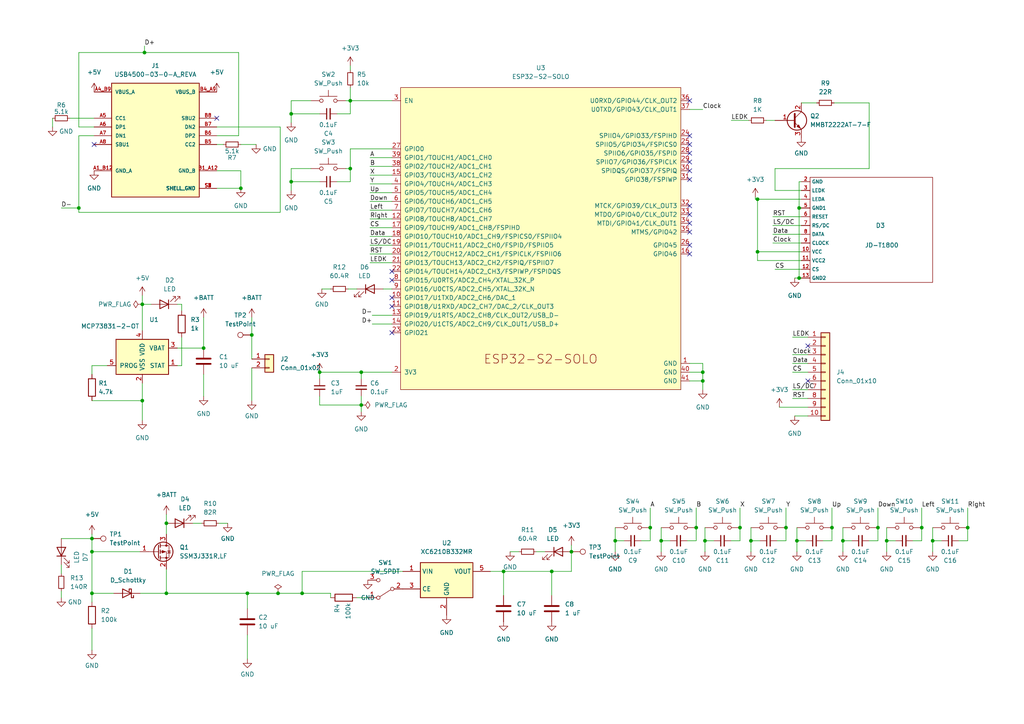
<source format=kicad_sch>
(kicad_sch (version 20211123) (generator eeschema)
  (paper "A4")
  (lib_symbols
    (symbol "Adafruit Display:JD-T1800"
      (property "Reference" "D" (at 0 -2.54 0))
      (property "Value" "JD-T1800" (at 0 0 0))
      (symbol "JD-T1800_1_1"
        (pin power_in line (at -20.32 -7.62 0) (length 2.54) (name "VCC") (number "10"))
        (pin power_in line (at -20.32 -10.16 0) (length 2.54) (name "VCC2") (number "11"))
        (pin input line (at -20.32 -12.7 0) (length 2.54) (name "CS") (number "12"))
        (pin power_in line (at -20.32 -15.24 0) (length 2.54) (name "GND2") (number "13"))
        (pin power_in line (at -20.32 12.7 0) (length 2.54) (name "GND") (number "2"))
        (pin input line (at -20.32 10.16 0) (length 2.54) (name "LEDK") (number "3"))
        (pin input line (at -20.32 7.62 0) (length 2.54) (name "LEDA") (number "4"))
        (pin power_in line (at -20.32 5.08 0) (length 2.54) (name "GND1") (number "5"))
        (pin input line (at -20.32 2.54 0) (length 2.54) (name "RESET") (number "6"))
        (pin input line (at -20.32 0 0) (length 2.54) (name "RS/DC") (number "7"))
        (pin input line (at -20.32 -2.54 0) (length 2.54) (name "DATA") (number "8"))
        (pin input line (at -20.32 -5.08 0) (length 2.54) (name "CLOCK") (number "9"))
      )
    )
    (symbol "Battery_Management:MCP73831-2-OT" (pin_names (offset 1.016))
      (property "Reference" "U" (at -7.62 6.35 0))
      (property "Value" "MCP73831-2-OT" (at 1.27 6.35 0))
      (symbol "MCP73831-2-OT_1_1"
        (pin output line (at 10.16 -2.54 180) (length 2.54) (name "STAT") (number "1"))
        (pin power_in line (at 0 -7.62 90) (length 2.54) (name "VSS") (number "2"))
        (pin power_out line (at 10.16 2.54 180) (length 2.54) (name "VBAT") (number "3"))
        (pin power_in line (at 0 7.62 270) (length 2.54) (name "VDD") (number "4"))
        (pin input line (at -10.16 -2.54 0) (length 2.54) (name "PROG") (number "5"))
      )
    )
    (symbol "Connector:TestPoint" (pin_numbers hide) (pin_names (offset 0.762) hide)
      (property "Reference" "TP" (at 0 6.858 0))
      (property "Value" "TestPoint" (at 0 5.08 0))
      (symbol "TestPoint_1_1"
        (pin passive line (at 0 0 90) (length 2.54) (name "1") (number "1"))
      )
    )
    (symbol "Connector_Generic:Conn_01x02" (pin_names (offset 1.016) hide)
      (property "Reference" "J" (at 0 2.54 0))
      (property "Value" "Conn_01x02" (at 0 -5.08 0))
      (symbol "Conn_01x02_1_1"
        (pin passive line (at -5.08 0 0) (length 3.81) (name "Pin_1") (number "1"))
        (pin passive line (at -5.08 -2.54 0) (length 3.81) (name "Pin_2") (number "2"))
      )
    )
    (symbol "Connector_Generic:Conn_01x10" (pin_names (offset 1.016) hide)
      (property "Reference" "J" (at 0 12.7 0))
      (property "Value" "Conn_01x10" (at 0 -15.24 0))
      (symbol "Conn_01x10_1_1"
        (pin passive line (at -5.08 10.16 0) (length 3.81) (name "Pin_1") (number "1"))
        (pin passive line (at -5.08 -12.7 0) (length 3.81) (name "Pin_10") (number "10"))
        (pin passive line (at -5.08 7.62 0) (length 3.81) (name "Pin_2") (number "2"))
        (pin passive line (at -5.08 5.08 0) (length 3.81) (name "Pin_3") (number "3"))
        (pin passive line (at -5.08 2.54 0) (length 3.81) (name "Pin_4") (number "4"))
        (pin passive line (at -5.08 0 0) (length 3.81) (name "Pin_5") (number "5"))
        (pin passive line (at -5.08 -2.54 0) (length 3.81) (name "Pin_6") (number "6"))
        (pin passive line (at -5.08 -5.08 0) (length 3.81) (name "Pin_7") (number "7"))
        (pin passive line (at -5.08 -7.62 0) (length 3.81) (name "Pin_8") (number "8"))
        (pin passive line (at -5.08 -10.16 0) (length 3.81) (name "Pin_9") (number "9"))
      )
    )
    (symbol "Device:C" (pin_numbers hide) (pin_names (offset 0.254))
      (property "Reference" "C" (at 0.635 2.54 0))
      (property "Value" "C" (at 0.635 -2.54 0))
      (symbol "C_1_1"
        (pin passive line (at 0 3.81 270) (length 2.794) (name "~") (number "1"))
        (pin passive line (at 0 -3.81 90) (length 2.794) (name "~") (number "2"))
      )
    )
    (symbol "Device:C_Small" (pin_numbers hide) (pin_names (offset 0.254) hide)
      (property "Reference" "C" (at 0.254 1.778 0))
      (property "Value" "C_Small" (at 0.254 -2.032 0))
      (symbol "C_Small_1_1"
        (pin passive line (at 0 2.54 270) (length 2.032) (name "~") (number "1"))
        (pin passive line (at 0 -2.54 90) (length 2.032) (name "~") (number "2"))
      )
    )
    (symbol "Device:D_Schottky" (pin_numbers hide) (pin_names (offset 1.016) hide)
      (property "Reference" "D" (at 0 2.54 0))
      (property "Value" "D_Schottky" (at 0 -2.54 0))
      (symbol "D_Schottky_1_1"
        (pin passive line (at -3.81 0 0) (length 2.54) (name "K") (number "1"))
        (pin passive line (at 3.81 0 180) (length 2.54) (name "A") (number "2"))
      )
    )
    (symbol "Device:LED" (pin_numbers hide) (pin_names (offset 1.016) hide)
      (property "Reference" "D" (at 0 2.54 0))
      (property "Value" "LED" (at 0 -2.54 0))
      (symbol "LED_1_1"
        (pin passive line (at -3.81 0 0) (length 2.54) (name "K") (number "1"))
        (pin passive line (at 3.81 0 180) (length 2.54) (name "A") (number "2"))
      )
    )
    (symbol "Device:Q_NPN_BCE" (pin_names (offset 0) hide)
      (property "Reference" "Q" (at 5.08 1.27 0))
      (property "Value" "Q_NPN_BCE" (at 5.08 -1.27 0))
      (symbol "Q_NPN_BCE_1_1"
        (pin input line (at -5.08 0 0) (length 5.715) (name "B") (number "1"))
        (pin passive line (at 2.54 5.08 270) (length 2.54) (name "C") (number "2"))
        (pin passive line (at 2.54 -5.08 90) (length 2.54) (name "E") (number "3"))
      )
    )
    (symbol "Device:R" (pin_numbers hide) (pin_names (offset 0))
      (property "Reference" "R" (at 2.032 0 90))
      (property "Value" "R" (at 0 0 90))
      (symbol "R_1_1"
        (pin passive line (at 0 3.81 270) (length 1.27) (name "~") (number "1"))
        (pin passive line (at 0 -3.81 90) (length 1.27) (name "~") (number "2"))
      )
    )
    (symbol "Device:R_Small" (pin_numbers hide) (pin_names (offset 0.254) hide)
      (property "Reference" "R" (at 0.762 0.508 0))
      (property "Value" "R_Small" (at 0.762 -1.016 0))
      (symbol "R_Small_1_1"
        (pin passive line (at 0 2.54 270) (length 0.762) (name "~") (number "1"))
        (pin passive line (at 0 -2.54 90) (length 0.762) (name "~") (number "2"))
      )
    )
    (symbol "Espressif:ESP32-S2-SOLO" (pin_names (offset 1.016))
      (property "Reference" "U" (at 0 43.18 0))
      (property "Value" "ESP32-S2-SOLO" (at 0 -46.99 0))
      (symbol "ESP32-S2-SOLO_1_1"
        (text "ESP32-S2-SOLO" (at 0 -36.83 0) (effects (font (size 2.54 2.54))))
        (pin power_in line (at 43.18 -38.1 180) (length 2.54) (name "GND") (number "1"))
        (pin bidirectional line (at -43.18 -19.05 0) (length 2.54) (name "GPIO17/U1TXD/ADC2_CH6/DAC_1") (number "10"))
        (pin bidirectional line (at -43.18 -21.59 0) (length 2.54) (name "GPIO18/U1RXD/ADC2_CH7/DAC_2/CLK_OUT3") (number "11"))
        (pin bidirectional line (at -43.18 3.81 0) (length 2.54) (name "GPIO8/TOUCH8/ADC1_CH7") (number "12"))
        (pin bidirectional line (at -43.18 -24.13 0) (length 2.54) (name "GPIO19/U1RTS/ADC2_CH8/CLK_OUT2/USB_D-") (number "13"))
        (pin bidirectional line (at -43.18 -26.67 0) (length 2.54) (name "GPIO20/U1CTS/ADC2_CH9/CLK_OUT1/USB_D+") (number "14"))
        (pin bidirectional line (at -43.18 16.51 0) (length 2.54) (name "GPIO3/TOUCH3/ADC1_CH2") (number "15"))
        (pin input line (at 43.18 -6.35 180) (length 2.54) (name "GPIO46") (number "16"))
        (pin bidirectional line (at -43.18 1.27 0) (length 2.54) (name "GPIO9/TOUCH9/ADC1_CH8/FSPIHD") (number "17"))
        (pin bidirectional line (at -43.18 -1.27 0) (length 2.54) (name "GPIO10/TOUCH10/ADC1_CH9/FSPICS0/FSPIIO4") (number "18"))
        (pin bidirectional line (at -43.18 -3.81 0) (length 2.54) (name "GPIO11/TOUCH11/ADC2_CH0/FSPID/FSPIIO5") (number "19"))
        (pin power_in line (at -43.18 -40.64 0) (length 2.54) (name "3V3") (number "2"))
        (pin bidirectional line (at -43.18 -6.35 0) (length 2.54) (name "GPIO12/TOUCH12/ADC2_CH1/FSPICLK/FSPIIO6") (number "20"))
        (pin bidirectional line (at -43.18 -8.89 0) (length 2.54) (name "GPIO13/TOUCH13/ADC2_CH2/FSPIQ/FSPIIO7") (number "21"))
        (pin bidirectional line (at -43.18 -11.43 0) (length 2.54) (name "GPIO14/TOUCH14/ADC2_CH3/FSPIWP/FSPIDQS") (number "22"))
        (pin bidirectional line (at -43.18 -29.21 0) (length 2.54) (name "GPIO21") (number "23"))
        (pin bidirectional line (at 43.18 27.94 180) (length 2.54) (name "SPIIO4/GPIO33/FSPIHD") (number "24"))
        (pin bidirectional line (at 43.18 25.4 180) (length 2.54) (name "SPIIO5/GPIO34/FSPICS0") (number "25"))
        (pin bidirectional line (at 43.18 -3.81 180) (length 2.54) (name "GPIO45") (number "26"))
        (pin bidirectional line (at -43.18 24.13 0) (length 2.54) (name "GPIO0") (number "27"))
        (pin bidirectional line (at 43.18 22.86 180) (length 2.54) (name "SPIIO6/GPIO35/FSPID") (number "28"))
        (pin bidirectional line (at 43.18 20.32 180) (length 2.54) (name "SPIIO7/GPIO36/FSPICLK") (number "29"))
        (pin bidirectional line (at -43.18 38.1 0) (length 2.54) (name "EN") (number "3"))
        (pin bidirectional line (at 43.18 17.78 180) (length 2.54) (name "SPIDQS/GPIO37/FSPIQ") (number "30"))
        (pin bidirectional line (at 43.18 15.24 180) (length 2.54) (name "GPIO38/FSPIWP") (number "31"))
        (pin bidirectional line (at 43.18 7.62 180) (length 2.54) (name "MTCK/GPIO39/CLK_OUT3") (number "32"))
        (pin bidirectional line (at 43.18 5.08 180) (length 2.54) (name "MTDO/GPIO40/CLK_OUT2") (number "33"))
        (pin bidirectional line (at 43.18 2.54 180) (length 2.54) (name "MTDI/GPIO41/CLK_OUT1") (number "34"))
        (pin bidirectional line (at 43.18 0 180) (length 2.54) (name "MTMS/GPIO42") (number "35"))
        (pin bidirectional line (at 43.18 38.1 180) (length 2.54) (name "U0RXD/GPIO44/CLK_OUT2") (number "36"))
        (pin bidirectional line (at 43.18 35.56 180) (length 2.54) (name "U0TXD/GPIO43/CLK_OUT1") (number "37"))
        (pin bidirectional line (at -43.18 19.05 0) (length 2.54) (name "GPIO2/TOUCH2/ADC1_CH1") (number "38"))
        (pin bidirectional line (at -43.18 21.59 0) (length 2.54) (name "GPIO1/TOUCH1/ADC1_CH0") (number "39"))
        (pin bidirectional line (at -43.18 13.97 0) (length 2.54) (name "GPIO4/TOUCH4/ADC1_CH3") (number "4"))
        (pin input line (at 43.18 -40.64 180) (length 2.54) (name "GND") (number "40"))
        (pin input line (at 43.18 -43.18 180) (length 2.54) (name "GND") (number "41"))
        (pin bidirectional line (at -43.18 11.43 0) (length 2.54) (name "GPIO5/TOUCH5/ADC1_CH4") (number "5"))
        (pin bidirectional line (at -43.18 8.89 0) (length 2.54) (name "GPIO6/TOUCH6/ADC1_CH5") (number "6"))
        (pin bidirectional line (at -43.18 6.35 0) (length 2.54) (name "GPIO7/TOUCH7/ADC1_CH6") (number "7"))
        (pin bidirectional line (at -43.18 -13.97 0) (length 2.54) (name "GPIO15/U0RTS/ADC2_CH4/XTAL_32K_P") (number "8"))
        (pin bidirectional line (at -43.18 -16.51 0) (length 2.54) (name "GPIO16/U0CTS/ADC2_CH5/XTAL_32K_N") (number "9"))
      )
    )
    (symbol "Regulator_Linear:XC6210B332MR"
      (property "Reference" "U" (at 0 8.89 0))
      (property "Value" "XC6210B332MR" (at 0 6.35 0))
      (symbol "XC6210B332MR_1_1"
        (pin power_in line (at -12.7 2.54 0) (length 5.08) (name "VIN") (number "1"))
        (pin power_in line (at 0 -10.16 90) (length 5.08) (name "GND") (number "2"))
        (pin input line (at -12.7 -2.54 0) (length 5.08) (name "CE") (number "3"))
        (pin no_connect line (at 12.7 -2.54 180) (length 5.08) hide (name "NC") (number "4"))
        (pin power_out line (at 12.7 2.54 180) (length 5.08) (name "VOUT") (number "5"))
      )
    )
    (symbol "Switch:SW_Push" (pin_numbers hide) (pin_names (offset 1.016) hide)
      (property "Reference" "SW" (at 1.27 2.54 0))
      (property "Value" "SW_Push" (at 0 -1.524 0))
      (symbol "SW_Push_0_1"
        (pin passive line (at -5.08 0 0) (length 2.54) (name "1") (number "1"))
        (pin passive line (at 5.08 0 180) (length 2.54) (name "2") (number "2"))
      )
    )
    (symbol "Switch:SW_SPDT" (pin_names (offset 0) hide)
      (property "Reference" "SW" (at 0 4.318 0))
      (property "Value" "SW_SPDT" (at 0 -5.08 0))
      (symbol "SW_SPDT_1_1"
        (pin passive line (at 5.08 2.54 180) (length 2.54) (name "A") (number "1"))
        (pin passive line (at -5.08 0 0) (length 2.54) (name "B") (number "2"))
        (pin passive line (at 5.08 -2.54 180) (length 2.54) (name "C") (number "3"))
      )
    )
    (symbol "Transistor_FET:AO3401A" (pin_names hide)
      (property "Reference" "Q" (at 5.08 1.905 0))
      (property "Value" "AO3401A" (at 5.08 0 0))
      (symbol "AO3401A_1_1"
        (pin input line (at -5.08 0 0) (length 2.54) (name "G") (number "1"))
        (pin passive line (at 2.54 -5.08 90) (length 2.54) (name "S") (number "2"))
        (pin passive line (at 2.54 5.08 270) (length 2.54) (name "D") (number "3"))
      )
    )
    (symbol "USB4500-03-0-A_REVA:USB4500-03-0-A_REVA" (pin_names (offset 1.016))
      (property "Reference" "J" (at -12.7 16.002 0))
      (property "Value" "USB4500-03-0-A_REVA" (at -12.7 -18.542 0))
      (symbol "USB4500-03-0-A_REVA_0_0"
        (pin power_in line (at -17.78 -10.16 0) (length 5.08) (name "GND_A") (number "A1_B12"))
        (pin power_in line (at -17.78 12.7 0) (length 5.08) (name "VBUS_A") (number "A4_B9"))
        (pin bidirectional line (at -17.78 5.08 0) (length 5.08) (name "CC1") (number "A5"))
        (pin bidirectional line (at -17.78 2.54 0) (length 5.08) (name "DP1") (number "A6"))
        (pin bidirectional line (at -17.78 0 0) (length 5.08) (name "DN1") (number "A7"))
        (pin bidirectional line (at -17.78 -2.54 0) (length 5.08) (name "SBU1") (number "A8"))
        (pin power_in line (at 17.78 -10.16 180) (length 5.08) (name "GND_B") (number "B1_A12"))
        (pin power_in line (at 17.78 12.7 180) (length 5.08) (name "VBUS_B") (number "B4_A9"))
        (pin bidirectional line (at 17.78 -2.54 180) (length 5.08) (name "CC2") (number "B5"))
        (pin bidirectional line (at 17.78 0 180) (length 5.08) (name "DP2") (number "B6"))
        (pin bidirectional line (at 17.78 2.54 180) (length 5.08) (name "DN2") (number "B7"))
        (pin bidirectional line (at 17.78 5.08 180) (length 5.08) (name "SBU2") (number "B8"))
        (pin power_in line (at 17.78 -15.24 180) (length 5.08) (name "SHELL_GND") (number "S1"))
        (pin power_in line (at 17.78 -15.24 180) (length 5.08) (name "SHELL_GND") (number "S2"))
        (pin power_in line (at 17.78 -15.24 180) (length 5.08) (name "SHELL_GND") (number "S3"))
        (pin power_in line (at 17.78 -15.24 180) (length 5.08) (name "SHELL_GND") (number "S4"))
      )
    )
    (symbol "power:+3.3V" (power) (pin_names (offset 0))
      (property "Value" "+3.3V" (at 0 3.556 0))
      (symbol "+3.3V_1_1"
        (pin power_in line (at 0 0 90) (length 0) hide (name "+3V3") (number "1"))
      )
    )
    (symbol "power:+5V" (power) (pin_names (offset 0))
      (property "Value" "+5V" (at 0 3.556 0))
      (symbol "+5V_1_1"
        (pin power_in line (at 0 0 90) (length 0) hide (name "+5V") (number "1"))
      )
    )
    (symbol "power:+BATT" (power) (pin_names (offset 0))
      (property "Value" "+BATT" (at 0 3.556 0))
      (symbol "+BATT_1_1"
        (pin power_in line (at 0 0 90) (length 0) hide (name "+BATT") (number "1"))
      )
    )
    (symbol "power:GND" (power) (pin_names (offset 0))
      (property "Value" "GND" (at 0 -3.81 0))
      (symbol "GND_1_1"
        (pin power_in line (at 0 0 270) (length 0) hide (name "GND") (number "1"))
      )
    )
    (symbol "power:PWR_FLAG" (power) (pin_numbers hide) (pin_names (offset 0) hide)
      (property "Value" "PWR_FLAG" (at 0 3.81 0))
      (symbol "PWR_FLAG_0_0"
        (pin power_out line (at 0 0 90) (length 0) (name "pwr") (number "1"))
      )
    )
  )
  (junction (at 146.05 165.735))
  (junction (at 26.67 160.02))
  (junction (at 165.735 160.02))
  (junction (at 104.775 117.475))
  (junction (at 101.6 48.895))
  (junction (at 191.77 156.845))
  (junction (at 203.835 107.95))
  (junction (at 41.275 88.265))
  (junction (at 26.67 156.21))
  (junction (at 219.71 73.025))
  (junction (at 59.055 100.965))
  (junction (at 204.47 156.845))
  (junction (at 92.71 107.95))
  (junction (at 80.645 172.085))
  (junction (at 188.595 153.035))
  (junction (at 87.63 172.085))
  (junction (at 201.93 153.035))
  (junction (at 48.26 172.085))
  (junction (at 178.435 156.845))
  (junction (at 280.67 153.035))
  (junction (at 241.3 153.035))
  (junction (at 41.91 15.24))
  (junction (at 217.805 156.845))
  (junction (at 267.335 153.035))
  (junction (at 231.14 156.845))
  (junction (at 257.175 156.845))
  (junction (at 214.63 153.035))
  (junction (at 244.475 156.845))
  (junction (at 231.775 60.325))
  (junction (at 270.51 156.845))
  (junction (at 84.455 33.02))
  (junction (at 101.6 29.21))
  (junction (at 84.455 52.705))
  (junction (at 71.755 172.085))
  (junction (at 22.86 60.325))
  (junction (at 160.02 165.735))
  (junction (at 41.275 116.205))
  (junction (at 219.71 57.785))
  (junction (at 26.67 172.085))
  (junction (at 104.775 107.95))
  (junction (at 254.635 153.035))
  (junction (at 69.85 54.61))
  (junction (at 231.775 80.645))
  (junction (at 203.835 110.49))
  (junction (at 227.965 153.035))
  (junction (at 73.025 97.155))
  (junction (at 48.26 151.765))
  (no_connect (at 200.025 46.99))
  (no_connect (at 200.025 52.07))
  (no_connect (at 200.025 49.53))
  (no_connect (at 200.025 64.77))
  (no_connect (at 200.025 62.23))
  (no_connect (at 200.025 59.69))
  (no_connect (at 234.315 110.49))
  (no_connect (at 234.315 100.33))
  (no_connect (at 200.025 44.45))
  (no_connect (at 62.865 34.29))
  (no_connect (at 27.305 41.91))
  (no_connect (at 113.665 78.74))
  (no_connect (at 113.665 96.52))
  (no_connect (at 113.665 81.28))
  (no_connect (at 113.665 88.9))
  (no_connect (at 113.665 86.36))
  (no_connect (at 200.025 41.91))
  (no_connect (at 200.025 39.37))
  (no_connect (at 200.025 29.21))
  (no_connect (at 200.025 67.31))
  (no_connect (at 200.025 73.66))
  (no_connect (at 200.025 71.12))
  (wire (pts (xy 155.575 160.02) (xy 158.115 160.02)))
  (wire (pts (xy 267.335 156.845) (xy 264.795 156.845)))
  (wire (pts (xy 101.6 48.895) (xy 101.6 52.705)))
  (wire (pts (xy 81.28 61.595) (xy 22.86 61.595)))
  (wire (pts (xy 107.315 66.04) (xy 113.665 66.04)))
  (wire (pts (xy 84.455 48.895) (xy 84.455 52.705)))
  (wire (pts (xy 84.455 52.705) (xy 84.455 55.245)))
  (wire (pts (xy 92.71 107.95) (xy 92.71 109.855)))
  (wire (pts (xy 160.02 165.735) (xy 160.02 172.72)))
  (wire (pts (xy 267.335 153.035) (xy 267.335 156.845)))
  (wire (pts (xy 113.665 107.95) (xy 104.775 107.95)))
  (wire (pts (xy 41.275 88.265) (xy 41.275 95.885)))
  (wire (pts (xy 107.95 93.98) (xy 113.665 93.98)))
  (wire (pts (xy 90.17 29.21) (xy 84.455 29.21)))
  (wire (pts (xy 41.275 111.125) (xy 41.275 116.205)))
  (wire (pts (xy 87.63 165.735) (xy 116.84 165.735)))
  (wire (pts (xy 200.025 105.41) (xy 203.835 105.41)))
  (wire (pts (xy 20.32 34.29) (xy 27.305 34.29)))
  (wire (pts (xy 51.435 100.965) (xy 59.055 100.965)))
  (wire (pts (xy 178.435 153.035) (xy 178.435 156.845)))
  (wire (pts (xy 69.215 39.37) (xy 69.215 15.24)))
  (wire (pts (xy 107.315 45.72) (xy 113.665 45.72)))
  (wire (pts (xy 227.965 156.845) (xy 225.425 156.845)))
  (wire (pts (xy 217.805 156.845) (xy 220.345 156.845)))
  (wire (pts (xy 63.5 151.765) (xy 66.04 151.765)))
  (wire (pts (xy 219.71 57.785) (xy 219.71 73.025)))
  (wire (pts (xy 107.315 73.66) (xy 113.665 73.66)))
  (wire (pts (xy 22.86 39.37) (xy 22.86 60.325)))
  (wire (pts (xy 231.14 156.845) (xy 233.68 156.845)))
  (wire (pts (xy 224.79 78.105) (xy 232.41 78.105)))
  (wire (pts (xy 51.435 106.045) (xy 52.705 106.045)))
  (wire (pts (xy 214.63 147.32) (xy 214.63 153.035)))
  (wire (pts (xy 73.025 106.68) (xy 73.025 116.205)))
  (wire (pts (xy 146.05 165.735) (xy 146.05 172.72)))
  (wire (pts (xy 201.93 153.035) (xy 201.93 156.845)))
  (wire (pts (xy 104.775 114.935) (xy 104.775 117.475)))
  (wire (pts (xy 224.79 55.245) (xy 232.41 55.245)))
  (wire (pts (xy 113.665 43.18) (xy 101.6 43.18)))
  (wire (pts (xy 270.51 156.845) (xy 273.05 156.845)))
  (wire (pts (xy 267.335 147.32) (xy 267.335 153.035)))
  (wire (pts (xy 142.24 165.735) (xy 146.05 165.735)))
  (wire (pts (xy 203.835 110.49) (xy 203.835 113.03)))
  (wire (pts (xy 48.26 172.085) (xy 71.755 172.085)))
  (wire (pts (xy 111.125 83.82) (xy 113.665 83.82)))
  (wire (pts (xy 100.33 29.21) (xy 101.6 29.21)))
  (wire (pts (xy 71.755 172.085) (xy 80.645 172.085)))
  (wire (pts (xy 101.6 25.4) (xy 101.6 29.21)))
  (wire (pts (xy 90.17 48.895) (xy 84.455 48.895)))
  (wire (pts (xy 280.67 147.32) (xy 280.67 153.035)))
  (wire (pts (xy 62.865 36.83) (xy 81.28 36.83)))
  (wire (pts (xy 229.87 105.41) (xy 234.315 105.41)))
  (wire (pts (xy 227.965 153.035) (xy 227.965 156.845)))
  (wire (pts (xy 26.67 172.085) (xy 33.02 172.085)))
  (wire (pts (xy 230.505 80.645) (xy 231.775 80.645)))
  (wire (pts (xy 178.435 156.845) (xy 178.435 160.02)))
  (wire (pts (xy 241.3 156.845) (xy 238.76 156.845)))
  (wire (pts (xy 69.85 49.53) (xy 69.85 54.61)))
  (wire (pts (xy 203.835 107.95) (xy 203.835 110.49)))
  (wire (pts (xy 92.71 117.475) (xy 104.775 117.475)))
  (wire (pts (xy 84.455 33.02) (xy 92.71 33.02)))
  (wire (pts (xy 22.86 36.83) (xy 22.86 15.24)))
  (wire (pts (xy 107.315 55.88) (xy 113.665 55.88)))
  (wire (pts (xy 107.315 76.2) (xy 113.665 76.2)))
  (wire (pts (xy 200.025 31.75) (xy 203.835 31.75)))
  (wire (pts (xy 81.28 36.83) (xy 81.28 61.595)))
  (wire (pts (xy 160.02 165.735) (xy 165.735 165.735)))
  (wire (pts (xy 26.67 172.085) (xy 26.67 174.625)))
  (wire (pts (xy 71.755 172.085) (xy 71.755 176.53)))
  (wire (pts (xy 241.935 29.845) (xy 252.095 29.845)))
  (wire (pts (xy 107.315 53.34) (xy 113.665 53.34)))
  (wire (pts (xy 188.595 156.845) (xy 186.055 156.845)))
  (wire (pts (xy 84.455 52.705) (xy 92.71 52.705)))
  (wire (pts (xy 103.505 173.355) (xy 106.68 173.355)))
  (wire (pts (xy 224.155 62.865) (xy 232.41 62.865)))
  (wire (pts (xy 104.775 107.95) (xy 92.71 107.95)))
  (wire (pts (xy 26.67 116.205) (xy 41.275 116.205)))
  (wire (pts (xy 26.67 154.94) (xy 26.67 156.21)))
  (wire (pts (xy 52.705 88.265) (xy 52.705 90.17)))
  (wire (pts (xy 232.41 75.565) (xy 219.71 75.565)))
  (wire (pts (xy 73.025 92.075) (xy 73.025 97.155)))
  (wire (pts (xy 107.315 48.26) (xy 113.665 48.26)))
  (wire (pts (xy 73.025 97.155) (xy 73.025 104.14)))
  (wire (pts (xy 15.24 34.29) (xy 15.24 36.83)))
  (wire (pts (xy 17.78 171.45) (xy 17.78 173.355)))
  (wire (pts (xy 26.67 156.21) (xy 26.67 160.02)))
  (wire (pts (xy 107.315 63.5) (xy 113.665 63.5)))
  (wire (pts (xy 270.51 153.035) (xy 270.51 156.845)))
  (wire (pts (xy 107.315 50.8) (xy 113.665 50.8)))
  (wire (pts (xy 62.865 39.37) (xy 69.215 39.37)))
  (wire (pts (xy 17.78 166.37) (xy 17.78 163.83)))
  (wire (pts (xy 107.315 60.96) (xy 113.665 60.96)))
  (wire (pts (xy 227.965 147.32) (xy 227.965 153.035)))
  (wire (pts (xy 217.805 153.035) (xy 217.805 156.845)))
  (wire (pts (xy 165.735 160.02) (xy 165.735 165.735)))
  (wire (pts (xy 31.115 106.045) (xy 26.67 106.045)))
  (wire (pts (xy 107.315 71.12) (xy 113.665 71.12)))
  (wire (pts (xy 219.71 73.025) (xy 219.71 75.565)))
  (wire (pts (xy 252.095 48.895) (xy 224.79 48.895)))
  (wire (pts (xy 100.33 48.895) (xy 101.6 48.895)))
  (wire (pts (xy 232.41 73.025) (xy 219.71 73.025)))
  (wire (pts (xy 257.175 156.845) (xy 259.715 156.845)))
  (wire (pts (xy 87.63 172.085) (xy 87.63 165.735)))
  (wire (pts (xy 201.93 147.32) (xy 201.93 153.035)))
  (wire (pts (xy 62.865 54.61) (xy 69.85 54.61)))
  (wire (pts (xy 41.275 88.265) (xy 43.815 88.265)))
  (wire (pts (xy 48.26 149.225) (xy 48.26 151.765)))
  (wire (pts (xy 41.275 85.725) (xy 41.275 88.265)))
  (wire (pts (xy 229.87 107.95) (xy 234.315 107.95)))
  (wire (pts (xy 59.055 92.075) (xy 59.055 100.965)))
  (wire (pts (xy 48.26 151.765) (xy 48.26 154.94)))
  (wire (pts (xy 104.775 107.95) (xy 104.775 109.855)))
  (wire (pts (xy 101.6 29.21) (xy 113.665 29.21)))
  (wire (pts (xy 222.25 34.925) (xy 224.79 34.925)))
  (wire (pts (xy 146.05 165.735) (xy 160.02 165.735)))
  (wire (pts (xy 230.505 120.65) (xy 234.315 120.65)))
  (wire (pts (xy 232.41 52.705) (xy 231.775 52.705)))
  (wire (pts (xy 17.78 156.21) (xy 26.67 156.21)))
  (wire (pts (xy 101.6 52.705) (xy 97.79 52.705)))
  (wire (pts (xy 232.41 57.785) (xy 219.71 57.785)))
  (wire (pts (xy 188.595 153.035) (xy 188.595 156.845)))
  (wire (pts (xy 104.775 117.475) (xy 104.775 119.38)))
  (wire (pts (xy 92.71 117.475) (xy 92.71 114.935)))
  (wire (pts (xy 203.835 105.41) (xy 203.835 107.95)))
  (wire (pts (xy 22.86 60.325) (xy 22.86 61.595)))
  (wire (pts (xy 100.965 83.82) (xy 103.505 83.82)))
  (wire (pts (xy 280.67 153.035) (xy 280.67 156.845)))
  (wire (pts (xy 101.6 19.05) (xy 101.6 20.32)))
  (wire (pts (xy 257.175 156.845) (xy 257.175 160.02)))
  (wire (pts (xy 231.14 153.035) (xy 231.14 156.845)))
  (wire (pts (xy 80.645 172.085) (xy 87.63 172.085)))
  (wire (pts (xy 107.315 58.42) (xy 113.665 58.42)))
  (wire (pts (xy 224.155 65.405) (xy 232.41 65.405)))
  (wire (pts (xy 231.775 60.325) (xy 231.775 80.645)))
  (wire (pts (xy 165.735 158.115) (xy 165.735 160.02)))
  (wire (pts (xy 59.055 114.935) (xy 59.055 108.585)))
  (wire (pts (xy 254.635 153.035) (xy 254.635 156.845)))
  (wire (pts (xy 244.475 156.845) (xy 244.475 160.02)))
  (wire (pts (xy 191.77 156.845) (xy 191.77 160.02)))
  (wire (pts (xy 212.09 34.925) (xy 217.17 34.925)))
  (wire (pts (xy 87.63 172.085) (xy 95.885 172.085)))
  (wire (pts (xy 219.71 57.785) (xy 219.075 57.785)))
  (wire (pts (xy 254.635 147.32) (xy 254.635 153.035)))
  (wire (pts (xy 224.155 67.945) (xy 232.41 67.945)))
  (wire (pts (xy 241.3 147.32) (xy 241.3 153.035)))
  (wire (pts (xy 226.06 118.11) (xy 234.315 118.11)))
  (wire (pts (xy 84.455 33.02) (xy 84.455 35.56)))
  (wire (pts (xy 191.77 156.845) (xy 194.31 156.845)))
  (wire (pts (xy 95.885 172.085) (xy 95.885 173.355)))
  (wire (pts (xy 26.67 182.245) (xy 26.67 188.595)))
  (wire (pts (xy 254.635 156.845) (xy 252.095 156.845)))
  (wire (pts (xy 188.595 147.32) (xy 188.595 153.035)))
  (wire (pts (xy 52.705 106.045) (xy 52.705 97.79)))
  (wire (pts (xy 229.87 113.03) (xy 234.315 113.03)))
  (wire (pts (xy 107.315 68.58) (xy 113.665 68.58)))
  (wire (pts (xy 26.67 160.02) (xy 40.64 160.02)))
  (wire (pts (xy 219.075 57.785) (xy 219.075 57.15)))
  (wire (pts (xy 231.14 156.845) (xy 231.14 160.02)))
  (wire (pts (xy 101.6 33.02) (xy 97.79 33.02)))
  (wire (pts (xy 232.41 29.845) (xy 236.855 29.845)))
  (wire (pts (xy 229.87 97.79) (xy 234.315 97.79)))
  (wire (pts (xy 41.275 116.205) (xy 41.275 121.92)))
  (wire (pts (xy 107.95 91.44) (xy 113.665 91.44)))
  (wire (pts (xy 214.63 153.035) (xy 214.63 156.845)))
  (wire (pts (xy 252.095 29.845) (xy 252.095 48.895)))
  (wire (pts (xy 217.805 156.845) (xy 217.805 160.02)))
  (wire (pts (xy 241.3 153.035) (xy 241.3 156.845)))
  (wire (pts (xy 17.78 60.325) (xy 22.86 60.325)))
  (wire (pts (xy 26.67 106.045) (xy 26.67 108.585)))
  (wire (pts (xy 257.175 153.035) (xy 257.175 156.845)))
  (wire (pts (xy 231.775 60.325) (xy 232.41 60.325)))
  (wire (pts (xy 200.025 107.95) (xy 203.835 107.95)))
  (wire (pts (xy 229.87 115.57) (xy 234.315 115.57)))
  (wire (pts (xy 41.91 13.335) (xy 41.91 15.24)))
  (wire (pts (xy 93.345 83.82) (xy 95.885 83.82)))
  (wire (pts (xy 101.6 43.18) (xy 101.6 48.895)))
  (wire (pts (xy 26.67 160.02) (xy 26.67 172.085)))
  (wire (pts (xy 204.47 156.845) (xy 207.01 156.845)))
  (wire (pts (xy 200.025 110.49) (xy 203.835 110.49)))
  (wire (pts (xy 204.47 156.845) (xy 204.47 160.02)))
  (wire (pts (xy 22.86 39.37) (xy 27.305 39.37)))
  (wire (pts (xy 229.87 102.87) (xy 234.315 102.87)))
  (wire (pts (xy 48.26 165.1) (xy 48.26 172.085)))
  (wire (pts (xy 41.91 15.24) (xy 69.215 15.24)))
  (wire (pts (xy 231.775 80.645) (xy 232.41 80.645)))
  (wire (pts (xy 62.865 49.53) (xy 69.85 49.53)))
  (wire (pts (xy 224.79 48.895) (xy 224.79 55.245)))
  (wire (pts (xy 231.775 52.705) (xy 231.775 60.325)))
  (wire (pts (xy 22.86 36.83) (xy 27.305 36.83)))
  (wire (pts (xy 224.155 70.485) (xy 232.41 70.485)))
  (wire (pts (xy 62.865 41.91) (xy 64.77 41.91)))
  (wire (pts (xy 71.755 184.15) (xy 71.755 191.135)))
  (wire (pts (xy 191.77 153.035) (xy 191.77 156.845)))
  (wire (pts (xy 22.86 15.24) (xy 41.91 15.24)))
  (wire (pts (xy 40.64 172.085) (xy 48.26 172.085)))
  (wire (pts (xy 84.455 29.21) (xy 84.455 33.02)))
  (wire (pts (xy 101.6 29.21) (xy 101.6 33.02)))
  (wire (pts (xy 147.955 160.02) (xy 150.495 160.02)))
  (wire (pts (xy 270.51 156.845) (xy 270.51 160.02)))
  (wire (pts (xy 58.42 151.765) (xy 55.88 151.765)))
  (wire (pts (xy 280.67 156.845) (xy 278.13 156.845)))
  (wire (pts (xy 244.475 153.035) (xy 244.475 156.845)))
  (wire (pts (xy 244.475 156.845) (xy 247.015 156.845)))
  (wire (pts (xy 204.47 153.035) (xy 204.47 156.845)))
  (wire (pts (xy 178.435 156.845) (xy 180.975 156.845)))
  (wire (pts (xy 214.63 156.845) (xy 212.09 156.845)))
  (wire (pts (xy 51.435 88.265) (xy 52.705 88.265)))
  (wire (pts (xy 69.85 41.91) (xy 74.295 41.91)))
  (wire (pts (xy 201.93 156.845) (xy 199.39 156.845)))
  (label "LS{slash}DC" (at 229.87 113.03 0))
  (label "Down" (at 254.635 147.32 0))
  (label "Y" (at 227.965 147.32 0))
  (label "Up" (at 241.3 147.32 0))
  (label "Data" (at 229.87 105.41 0))
  (label "Down" (at 107.315 58.42 0))
  (label "LS{slash}DC" (at 107.315 71.12 0))
  (label "A" (at 107.315 45.72 0))
  (label "Data" (at 107.315 68.58 0))
  (label "Data" (at 224.155 67.945 0))
  (label "X" (at 214.63 147.32 0))
  (label "A" (at 188.595 147.32 0))
  (label "CS" (at 229.87 107.95 0))
  (label "X" (at 107.315 50.8 0))
  (label "CS" (at 224.79 78.105 0))
  (label "D+" (at 107.95 93.98 180))
  (label "Up" (at 107.315 55.88 0))
  (label "Left" (at 107.315 60.96 0))
  (label "Y" (at 107.315 53.34 0))
  (label "RST" (at 224.155 62.865 0))
  (label "D+" (at 41.91 13.335 0))
  (label "Right" (at 280.67 147.32 0))
  (label "B" (at 107.315 48.26 0))
  (label "LS{slash}DC" (at 224.155 65.405 0))
  (label "LEDK" (at 229.87 97.79 0))
  (label "Clock" (at 224.155 70.485 0))
  (label "CS" (at 107.315 66.04 0))
  (label "Left" (at 267.335 147.32 0))
  (label "LEDK" (at 212.09 34.925 0))
  (label "Clock" (at 229.87 102.87 0))
  (label "B" (at 201.93 147.32 0))
  (label "Right" (at 107.315 63.5 0))
  (label "D-" (at 17.78 60.325 0))
  (label "RST" (at 107.315 73.66 0))
  (label "LEDK" (at 107.315 76.2 0))
  (label "D-" (at 107.95 91.44 180))
  (label "Clock" (at 203.835 31.75 0))
  (label "RST" (at 229.87 115.57 0))
  (symbol (lib_id "Device:LED") (at 107.315 83.82 0) (unit 1)
    (property "Reference" "D6" (at 105.7275 77.47 0))
    (property "Value" "LED" (at 105.7275 80.01 0))
    (property "Footprint" "LED_SMD:LED_0805_2012Metric_Pad1.15x1.40mm_HandSolder" (effects hide))
  )
  (symbol (lib_id "power:+3.3V") (at 226.06 118.11 0) (unit 1)
    (property "Reference" "#PWR0137" (effects hide))
    (property "Value" "+3.3V" (at 226.06 113.03 0))
  )
  (symbol (lib_id "power:+5V") (at 27.305 26.67 0) (unit 1)
    (property "Reference" "#PWR0131" (effects hide))
    (property "Value" "+5V" (at 27.305 20.955 0))
  )
  (symbol (lib_id "Device:C_Small") (at 209.55 156.845 90) (unit 1)
    (property "Reference" "C11" (at 209.55 162.56 90))
    (property "Value" "0.1uF" (at 209.55 160.02 90))
    (property "Footprint" "Capacitor_SMD:C_0805_2012Metric_Pad1.18x1.45mm_HandSolder" (effects hide))
  )
  (symbol (lib_id "Regulator_Linear:XC6210B332MR") (at 129.54 168.275 0) (unit 1)
    (property "Reference" "U2" (at 129.54 157.48 0))
    (property "Value" "XC6210B332MR" (at 129.54 160.02 0))
    (property "Footprint" "XC6210B332MR-G:IC_XC8107AC20MR-G" (effects hide))
    (property "Datasheet" "https://www.torexsemi.com/file/xc6210/XC6210.pdf" (effects hide))
  )
  (symbol (lib_id "power:GND") (at 230.505 120.65 0) (unit 1)
    (property "Reference" "#PWR0136" (effects hide))
    (property "Value" "GND" (at 230.505 125.73 0))
  )
  (symbol (lib_id "power:PWR_FLAG") (at 104.775 117.475 270) (unit 1)
    (property "Reference" "#FLG0101" (effects hide))
    (property "Value" "PWR_FLAG" (at 108.585 117.4749 90) (effects (justify left)))
  )
  (symbol (lib_id "power:GND") (at 66.04 151.765 0) (unit 1)
    (property "Reference" "#PWR01" (effects hide))
    (property "Value" "GND" (at 66.04 156.21 0))
  )
  (symbol (lib_id "Device:C_Small") (at 222.885 156.845 90) (unit 1)
    (property "Reference" "C12" (at 222.885 162.56 90))
    (property "Value" "0.1uF" (at 222.885 160.02 90))
    (property "Footprint" "Capacitor_SMD:C_0805_2012Metric_Pad1.18x1.45mm_HandSolder" (effects hide))
  )
  (symbol (lib_id "Device:C_Small") (at 196.85 156.845 90) (unit 1)
    (property "Reference" "C10" (at 196.85 162.56 90))
    (property "Value" "0.1uF" (at 196.85 160.02 90))
    (property "Footprint" "Capacitor_SMD:C_0805_2012Metric_Pad1.18x1.45mm_HandSolder" (effects hide))
  )
  (symbol (lib_id "Battery_Management:MCP73831-2-OT") (at 41.275 103.505 0) (unit 1)
    (property "Reference" "U1" (at 43.2944 92.71 0) (effects (justify left)))
    (property "Value" "MCP73831-2-OT" (at 23.495 94.615 0) (effects (justify left)))
    (property "Footprint" "Package_TO_SOT_SMD:SOT-23-5" (effects hide))
    (property "Datasheet" "http://ww1.microchip.com/downloads/en/DeviceDoc/20001984g.pdf" (effects hide))
  )
  (symbol (lib_id "power:GND") (at 71.755 191.135 0) (unit 1)
    (property "Reference" "#PWR0104" (effects hide))
    (property "Value" "GND" (at 71.755 195.58 0))
  )
  (symbol (lib_id "Connector_Generic:Conn_01x10") (at 239.395 107.95 0) (unit 1)
    (property "Reference" "J4" (at 242.57 107.9499 0) (effects (justify left)))
    (property "Value" "Conn_01x10" (at 242.57 110.4899 0) (effects (justify left)))
    (property "Footprint" "Connector_PinHeader_2.54mm:PinHeader_1x10_P2.54mm_Vertical" (effects hide))
  )
  (symbol (lib_id "Device:R_Small") (at 101.6 22.86 0) (unit 1)
    (property "Reference" "R5" (at 103.505 21.5899 0) (effects (justify left)))
    (property "Value" "10k" (at 103.505 24.1299 0) (effects (justify left)))
    (property "Footprint" "Resistor_SMD:R_0805_2012Metric_Pad1.20x1.40mm_HandSolder" (effects hide))
  )
  (symbol (lib_id "power:+BATT") (at 59.055 92.075 0) (unit 1)
    (property "Reference" "#PWR02" (effects hide))
    (property "Value" "+BATT" (at 59.055 86.36 0))
  )
  (symbol (lib_id "power:GND") (at 27.305 49.53 0) (unit 1)
    (property "Reference" "#PWR0135" (effects hide))
    (property "Value" "GND" (at 27.305 54.61 0))
  )
  (symbol (lib_id "Connector:TestPoint") (at 73.025 97.155 90) (unit 1)
    (property "Reference" "TP2" (at 69.723 91.44 90))
    (property "Value" "TestPoint" (at 69.723 93.98 90))
    (property "Footprint" "TestPoint:TestPoint_Pad_D1.0mm" (effects hide))
  )
  (symbol (lib_id "power:GND") (at 204.47 160.02 0) (unit 1)
    (property "Reference" "#PWR0120" (effects hide))
    (property "Value" "GND" (at 204.47 165.1 0))
  )
  (symbol (lib_id "power:+5V") (at 41.275 85.725 0) (unit 1)
    (property "Reference" "#PWR0111" (effects hide))
    (property "Value" "+5V" (at 41.275 80.645 0))
  )
  (symbol (lib_id "Switch:SW_Push") (at 236.22 153.035 0) (unit 1)
    (property "Reference" "SW8" (at 236.22 145.415 0))
    (property "Value" "SW_Push" (at 236.22 147.955 0))
    (property "Footprint" "Button_Switch_THT:SW_PUSH_6mm_H5mm" (effects hide))
  )
  (symbol (lib_id "power:PWR_FLAG") (at 41.275 88.265 90) (unit 1)
    (property "Reference" "#FLG0102" (effects hide))
    (property "Value" "PWR_FLAG" (at 38.1 88.2649 90) (effects (justify left)))
  )
  (symbol (lib_id "Device:R_Small") (at 153.035 160.02 90) (unit 1)
    (property "Reference" "R11" (at 153.035 153.67 90))
    (property "Value" "60.4R" (at 153.035 156.21 90))
    (property "Footprint" "Resistor_SMD:R_0805_2012Metric_Pad1.20x1.40mm_HandSolder" (effects hide))
  )
  (symbol (lib_id "Device:C") (at 146.05 176.53 0) (unit 1)
    (property "Reference" "C7" (at 149.86 175.2599 0) (effects (justify left)))
    (property "Value" "10 uF" (at 149.86 177.7999 0) (effects (justify left)))
    (property "Footprint" "Capacitor_SMD:C_0805_2012Metric_Pad1.18x1.45mm_HandSolder" (effects hide))
  )
  (symbol (lib_id "power:GND") (at 232.41 40.005 0) (unit 1)
    (property "Reference" "#PWR03" (effects hide))
    (property "Value" "GND" (at 232.41 44.45 0))
  )
  (symbol (lib_id "USB4500-03-0-A_REVA:USB4500-03-0-A_REVA") (at 45.085 39.37 0) (unit 1)
    (property "Reference" "J1" (at 45.085 19.05 0))
    (property "Value" "USB4500-03-0-A_REVA" (at 45.085 21.59 0))
    (property "Footprint" "USB4500-03-0-A_REVA:GCT_USB4500-03-0-A_REVA" (effects hide))
    (property "STANDARD" "Manufacturer Recommendations" (effects hide))
    (property "MAXIMUM_PACKAGE_HEIGHT" "2.46mm" (effects hide))
    (property "MANUFACTURER" "GCT" (effects hide))
    (property "PARTREV" "A" (effects hide))
  )
  (symbol (lib_id "power:GND") (at 160.02 180.34 0) (unit 1)
    (property "Reference" "#PWR0124" (effects hide))
    (property "Value" "GND" (at 160.02 185.42 0))
  )
  (symbol (lib_id "Connector:TestPoint") (at 26.67 156.21 270) (unit 1)
    (property "Reference" "TP1" (at 31.75 154.9399 90) (effects (justify left)))
    (property "Value" "TestPoint" (at 31.75 157.4799 90) (effects (justify left)))
    (property "Footprint" "TestPoint:TestPoint_Pad_D1.0mm" (effects hide))
  )
  (symbol (lib_id "Switch:SW_Push") (at 95.25 29.21 0) (unit 1)
    (property "Reference" "SW2" (at 95.25 21.59 0))
    (property "Value" "SW_Push" (at 95.25 24.13 0))
    (property "Footprint" "Button_Switch_THT:SW_PUSH_6mm_H5mm" (effects hide))
  )
  (symbol (lib_id "power:GND") (at 74.295 41.91 0) (unit 1)
    (property "Reference" "#PWR0109" (effects hide))
    (property "Value" "GND" (at 76.2 43.1799 0) (effects (justify left)))
  )
  (symbol (lib_id "Device:C_Small") (at 275.59 156.845 90) (unit 1)
    (property "Reference" "C16" (at 275.59 162.56 90))
    (property "Value" "0.1uF" (at 275.59 160.02 90))
    (property "Footprint" "Capacitor_SMD:C_0805_2012Metric_Pad1.18x1.45mm_HandSolder" (effects hide))
  )
  (symbol (lib_id "Device:C_Small") (at 95.25 52.705 90) (unit 1)
    (property "Reference" "C5" (at 95.25 58.42 90))
    (property "Value" "0.1uF" (at 95.25 55.88 90))
    (property "Footprint" "Capacitor_SMD:C_0805_2012Metric_Pad1.18x1.45mm_HandSolder" (effects hide))
  )
  (symbol (lib_id "Device:LED") (at 52.07 151.765 180) (unit 1)
    (property "Reference" "D4" (at 53.6575 144.78 0))
    (property "Value" "LED" (at 53.6575 147.32 0))
    (property "Footprint" "LED_SMD:LED_0805_2012Metric_Pad1.15x1.40mm_HandSolder" (effects hide))
  )
  (symbol (lib_id "power:PWR_FLAG") (at 80.645 172.085 0) (unit 1)
    (property "Reference" "#FLG0103" (effects hide))
    (property "Value" "PWR_FLAG" (at 80.645 166.37 0))
  )
  (symbol (lib_id "Switch:SW_Push") (at 183.515 153.035 0) (unit 1)
    (property "Reference" "SW4" (at 183.515 145.415 0))
    (property "Value" "SW_Push" (at 183.515 147.955 0))
    (property "Footprint" "Button_Switch_THT:SW_PUSH_6mm_H5mm" (effects hide))
  )
  (symbol (lib_id "Device:R") (at 26.67 178.435 0) (unit 1)
    (property "Reference" "R2" (at 29.21 177.1649 0) (effects (justify left)))
    (property "Value" "100k" (at 29.21 179.7049 0) (effects (justify left)))
    (property "Footprint" "Resistor_SMD:R_0805_2012Metric_Pad1.20x1.40mm_HandSolder" (effects hide))
  )
  (symbol (lib_id "power:GND") (at 230.505 80.645 0) (unit 1)
    (property "Reference" "#PWR0132" (effects hide))
    (property "Value" "GND" (at 230.505 85.725 0))
  )
  (symbol (lib_id "power:GND") (at 17.78 173.355 0) (unit 1)
    (property "Reference" "#PWR06" (effects hide))
    (property "Value" "GND" (at 19.685 174.6249 0) (effects (justify left)))
  )
  (symbol (lib_id "Device:C") (at 59.055 104.775 0) (unit 1)
    (property "Reference" "C1" (at 63.5 103.505 0) (effects (justify left)))
    (property "Value" "10 uF" (at 63.5 106.045 0) (effects (justify left)))
    (property "Footprint" "Capacitor_SMD:C_0805_2012Metric_Pad1.18x1.45mm_HandSolder" (effects hide))
  )
  (symbol (lib_id "power:GND") (at 231.14 160.02 0) (unit 1)
    (property "Reference" "#PWR0129" (effects hide))
    (property "Value" "GND" (at 231.14 165.1 0))
  )
  (symbol (lib_id "Device:LED") (at 17.78 160.02 90) (unit 1)
    (property "Reference" "D7" (at 24.765 161.6075 0))
    (property "Value" "LED" (at 22.225 161.6075 0))
    (property "Footprint" "LED_SMD:LED_0805_2012Metric_Pad1.15x1.40mm_HandSolder" (effects hide))
  )
  (symbol (lib_id "power:GND") (at 59.055 114.935 0) (unit 1)
    (property "Reference" "#PWR0117" (effects hide))
    (property "Value" "GND" (at 59.055 120.015 0))
  )
  (symbol (lib_id "Device:R_Small") (at 219.71 34.925 90) (unit 1)
    (property "Reference" "R8" (at 219.71 29.21 90))
    (property "Value" "1K" (at 219.71 31.75 90))
    (property "Footprint" "Resistor_SMD:R_0805_2012Metric_Pad1.20x1.40mm_HandSolder" (effects hide))
  )
  (symbol (lib_id "power:GND") (at 84.455 35.56 0) (unit 1)
    (property "Reference" "#PWR0101" (effects hide))
    (property "Value" "GND" (at 84.455 40.64 0))
  )
  (symbol (lib_id "Device:R_Small") (at 67.31 41.91 90) (unit 1)
    (property "Reference" "R7" (at 67.31 45.72 90))
    (property "Value" "5.1k" (at 67.31 43.815 90))
    (property "Footprint" "Resistor_SMD:R_0805_2012Metric_Pad1.20x1.40mm_HandSolder" (effects hide))
  )
  (symbol (lib_id "Espressif:ESP32-S2-SOLO") (at 156.845 67.31 0) (unit 1)
    (property "Reference" "U3" (at 156.845 19.685 0))
    (property "Value" "ESP32-S2-SOLO" (at 156.845 22.225 0))
    (property "Footprint" "Espressif:ESP32-S2-SOLO" (effects hide))
    (property "Datasheet" "https://www.espressif.com/sites/default/files/documentation/esp32-s2-solo_esp32-s2-solo-u_datasheet_en.pdf" (effects hide))
  )
  (symbol (lib_id "power:+BATT") (at 73.025 92.075 0) (unit 1)
    (property "Reference" "#PWR0107" (effects hide))
    (property "Value" "+BATT" (at 73.025 86.36 0))
  )
  (symbol (lib_id "power:GND") (at 191.77 160.02 0) (unit 1)
    (property "Reference" "#PWR0119" (effects hide))
    (property "Value" "GND" (at 191.77 165.1 0))
  )
  (symbol (lib_id "Adafruit Display:JD-T1800") (at 252.73 65.405 0) (unit 1)
    (property "Reference" "D3" (at 254 65.405 0) (effects (justify left)))
    (property "Value" "JD-T1800" (at 250.825 71.12 0) (effects (justify left)))
    (property "Footprint" "JD-T1800:JD-T1800" (effects hide))
  )
  (symbol (lib_id "Connector_Generic:Conn_01x02") (at 78.105 104.14 0) (unit 1)
    (property "Reference" "J2" (at 81.28 104.1399 0) (effects (justify left)))
    (property "Value" "Conn_01x02" (at 81.28 106.6799 0) (effects (justify left)))
    (property "Footprint" "Connector_JST:JST_PH_S2B-PH-SM4-TB_1x02-1MP_P2.00mm_Horizontal" (effects hide))
  )
  (symbol (lib_id "Device:R_Small") (at 239.395 29.845 90) (unit 1)
    (property "Reference" "R9" (at 239.395 24.13 90))
    (property "Value" "22R" (at 239.395 26.67 90))
    (property "Footprint" "Resistor_SMD:R_0805_2012Metric_Pad1.20x1.40mm_HandSolder" (effects hide))
  )
  (symbol (lib_id "power:+3.3V") (at 219.075 57.15 0) (unit 1)
    (property "Reference" "#PWR0134" (effects hide))
    (property "Value" "+3.3V" (at 219.075 52.07 0))
  )
  (symbol (lib_id "Device:R_Small") (at 98.425 83.82 90) (unit 1)
    (property "Reference" "R12" (at 98.425 77.47 90))
    (property "Value" "60.4R" (at 98.425 80.01 90))
    (property "Footprint" "Resistor_SMD:R_0805_2012Metric_Pad1.20x1.40mm_HandSolder" (effects hide))
  )
  (symbol (lib_id "power:GND") (at 69.85 54.61 0) (unit 1)
    (property "Reference" "#PWR0110" (effects hide))
    (property "Value" "GND" (at 69.85 59.69 0))
  )
  (symbol (lib_id "power:GND") (at 84.455 55.245 0) (unit 1)
    (property "Reference" "#PWR0108" (effects hide))
    (property "Value" "GND" (at 84.455 60.325 0))
  )
  (symbol (lib_id "Device:C") (at 160.02 176.53 0) (unit 1)
    (property "Reference" "C8" (at 163.83 175.2599 0) (effects (justify left)))
    (property "Value" "1 uF" (at 163.83 177.7999 0) (effects (justify left)))
    (property "Footprint" "Capacitor_SMD:C_0805_2012Metric_Pad1.18x1.45mm_HandSolder" (effects hide))
  )
  (symbol (lib_id "power:GND") (at 147.955 160.02 0) (unit 1)
    (property "Reference" "#PWR04" (effects hide))
    (property "Value" "GND" (at 147.955 164.465 0))
  )
  (symbol (lib_id "power:+3.3V") (at 92.71 107.95 0) (unit 1)
    (property "Reference" "#PWR0113" (effects hide))
    (property "Value" "+3.3V" (at 92.71 102.87 0))
  )
  (symbol (lib_id "power:GND") (at 178.435 160.02 0) (unit 1)
    (property "Reference" "#PWR0123" (effects hide))
    (property "Value" "GND" (at 178.435 165.1 0))
  )
  (symbol (lib_id "Device:LED") (at 161.925 160.02 0) (unit 1)
    (property "Reference" "D5" (at 160.3375 153.67 0))
    (property "Value" "LED" (at 160.3375 156.21 0))
    (property "Footprint" "LED_SMD:LED_0805_2012Metric_Pad1.15x1.40mm_HandSolder" (effects hide))
  )
  (symbol (lib_id "Device:C_Small") (at 95.25 33.02 90) (unit 1)
    (property "Reference" "C4" (at 95.25 38.735 90))
    (property "Value" "0.1uF" (at 95.25 36.195 90))
    (property "Footprint" "Capacitor_SMD:C_0805_2012Metric_Pad1.18x1.45mm_HandSolder" (effects hide))
  )
  (symbol (lib_id "Device:LED") (at 47.625 88.265 180) (unit 1)
    (property "Reference" "D2" (at 49.2125 81.28 0))
    (property "Value" "LED" (at 49.2125 83.82 0))
    (property "Footprint" "LED_SMD:LED_0805_2012Metric_Pad1.15x1.40mm_HandSolder" (effects hide))
  )
  (symbol (lib_id "power:GND") (at 217.805 160.02 0) (unit 1)
    (property "Reference" "#PWR0130" (effects hide))
    (property "Value" "GND" (at 217.805 165.1 0))
  )
  (symbol (lib_id "power:GND") (at 73.025 116.205 0) (unit 1)
    (property "Reference" "#PWR0103" (effects hide))
    (property "Value" "GND" (at 73.025 120.65 0))
  )
  (symbol (lib_id "Device:R_Small") (at 17.78 34.29 270) (unit 1)
    (property "Reference" "R6" (at 17.78 30.48 90))
    (property "Value" "5.1k" (at 17.78 32.385 90))
    (property "Footprint" "Resistor_SMD:R_0805_2012Metric_Pad1.20x1.40mm_HandSolder" (effects hide))
  )
  (symbol (lib_id "Device:Q_NPN_BCE") (at 229.87 34.925 0) (unit 1)
    (property "Reference" "Q2" (at 234.95 33.6549 0) (effects (justify left)))
    (property "Value" "MMBT2222AT-7-F" (at 234.95 36.1949 0) (effects (justify left)))
    (property "Footprint" "Package_TO_SOT_SMD:SOT-523" (effects hide))
  )
  (symbol (lib_id "power:GND") (at 244.475 160.02 0) (unit 1)
    (property "Reference" "#PWR0127" (effects hide))
    (property "Value" "GND" (at 244.475 165.1 0))
  )
  (symbol (lib_id "Switch:SW_Push") (at 262.255 153.035 0) (unit 1)
    (property "Reference" "SW10" (at 262.255 145.415 0))
    (property "Value" "SW_Push" (at 262.255 147.955 0))
    (property "Footprint" "Button_Switch_THT:SW_PUSH_6mm_H5mm" (effects hide))
  )
  (symbol (lib_id "Device:C_Small") (at 104.775 112.395 0) (unit 1)
    (property "Reference" "C6" (at 107.315 111.1312 0) (effects (justify left)))
    (property "Value" "0.1uF" (at 107.315 113.6712 0) (effects (justify left)))
    (property "Footprint" "Capacitor_SMD:C_0805_2012Metric_Pad1.18x1.45mm_HandSolder" (effects hide))
  )
  (symbol (lib_id "power:GND") (at 15.24 36.83 0) (unit 1)
    (property "Reference" "#PWR0112" (effects hide))
    (property "Value" "GND" (at 17.145 38.0999 0) (effects (justify left)))
  )
  (symbol (lib_id "Device:R_Small") (at 60.96 151.765 90) (unit 1)
    (property "Reference" "R10" (at 60.96 146.05 90))
    (property "Value" "82R" (at 60.96 148.59 90))
    (property "Footprint" "Resistor_SMD:R_0805_2012Metric_Pad1.20x1.40mm_HandSolder" (effects hide))
  )
  (symbol (lib_id "power:GND") (at 26.67 188.595 0) (unit 1)
    (property "Reference" "#PWR0118" (effects hide))
    (property "Value" "GND" (at 26.67 193.04 0))
  )
  (symbol (lib_id "power:+BATT") (at 48.26 149.225 0) (unit 1)
    (property "Reference" "#PWR0116" (effects hide))
    (property "Value" "+BATT" (at 48.26 143.51 0))
  )
  (symbol (lib_id "power:GND") (at 104.775 119.38 0) (unit 1)
    (property "Reference" "#PWR0106" (effects hide))
    (property "Value" "GND" (at 104.775 124.46 0))
  )
  (symbol (lib_id "Connector:TestPoint") (at 165.735 160.02 270) (unit 1)
    (property "Reference" "TP3" (at 170.815 158.7499 90) (effects (justify left)))
    (property "Value" "TestPoint" (at 170.815 161.2899 90) (effects (justify left)))
    (property "Footprint" "TestPoint:TestPoint_Pad_D1.0mm" (effects hide))
  )
  (symbol (lib_id "power:GND") (at 93.345 83.82 0) (unit 1)
    (property "Reference" "#PWR05" (effects hide))
    (property "Value" "GND" (at 93.345 88.265 0))
  )
  (symbol (lib_id "power:GND") (at 257.175 160.02 0) (unit 1)
    (property "Reference" "#PWR0128" (effects hide))
    (property "Value" "GND" (at 257.175 165.1 0))
  )
  (symbol (lib_id "Switch:SW_Push") (at 275.59 153.035 0) (unit 1)
    (property "Reference" "SW11" (at 275.59 145.415 0))
    (property "Value" "SW_Push" (at 275.59 147.955 0))
    (property "Footprint" "Button_Switch_THT:SW_PUSH_6mm_H5mm" (effects hide))
  )
  (symbol (lib_id "Device:C_Small") (at 249.555 156.845 90) (unit 1)
    (property "Reference" "C14" (at 249.555 162.56 90))
    (property "Value" "0.1uF" (at 249.555 160.02 90))
    (property "Footprint" "Capacitor_SMD:C_0805_2012Metric_Pad1.18x1.45mm_HandSolder" (effects hide))
  )
  (symbol (lib_id "power:GND") (at 203.835 113.03 0) (unit 1)
    (property "Reference" "#PWR0121" (effects hide))
    (property "Value" "GND" (at 203.835 118.11 0))
  )
  (symbol (lib_id "power:GND") (at 41.275 121.92 0) (unit 1)
    (property "Reference" "#PWR0114" (effects hide))
    (property "Value" "GND" (at 41.275 127 0))
  )
  (symbol (lib_id "Switch:SW_Push") (at 95.25 48.895 0) (unit 1)
    (property "Reference" "SW3" (at 95.25 41.275 0))
    (property "Value" "SW_Push" (at 95.25 43.815 0))
    (property "Footprint" "Button_Switch_THT:SW_PUSH_6mm_H5mm" (effects hide))
  )
  (symbol (lib_id "power:+5V") (at 62.865 26.67 0) (unit 1)
    (property "Reference" "#PWR0133" (effects hide))
    (property "Value" "+5V" (at 62.865 20.955 0))
  )
  (symbol (lib_id "Switch:SW_Push") (at 196.85 153.035 0) (unit 1)
    (property "Reference" "SW5" (at 196.85 145.415 0))
    (property "Value" "SW_Push" (at 196.85 147.955 0))
    (property "Footprint" "Button_Switch_THT:SW_PUSH_6mm_H5mm" (effects hide))
  )
  (symbol (lib_id "Switch:SW_Push") (at 209.55 153.035 0) (unit 1)
    (property "Reference" "SW6" (at 209.55 145.415 0))
    (property "Value" "SW_Push" (at 209.55 147.955 0))
    (property "Footprint" "Button_Switch_THT:SW_PUSH_6mm_H5mm" (effects hide))
  )
  (symbol (lib_id "power:GND") (at 146.05 180.34 0) (unit 1)
    (property "Reference" "#PWR0125" (effects hide))
    (property "Value" "GND" (at 146.05 185.42 0))
  )
  (symbol (lib_id "power:+5V") (at 26.67 154.94 0) (unit 1)
    (property "Reference" "#PWR0115" (effects hide))
    (property "Value" "+5V" (at 26.67 149.225 0))
  )
  (symbol (lib_id "power:GND") (at 129.54 178.435 0) (unit 1)
    (property "Reference" "#PWR0105" (effects hide))
    (property "Value" "GND" (at 129.54 183.515 0))
  )
  (symbol (lib_id "Device:C") (at 71.755 180.34 0) (unit 1)
    (property "Reference" "C2" (at 74.93 179.0699 0) (effects (justify left)))
    (property "Value" "10 uF" (at 74.93 181.6099 0) (effects (justify left)))
    (property "Footprint" "Capacitor_SMD:C_0805_2012Metric_Pad1.18x1.45mm_HandSolder" (effects hide))
  )
  (symbol (lib_id "Device:R") (at 52.705 93.98 0) (unit 1)
    (property "Reference" "R3" (at 55.245 92.7099 0) (effects (justify left)))
    (property "Value" "1k" (at 55.245 95.2499 0) (effects (justify left)))
    (property "Footprint" "Resistor_SMD:R_0805_2012Metric_Pad1.20x1.40mm_HandSolder" (effects hide))
  )
  (symbol (lib_id "power:+3.3V") (at 101.6 19.05 0) (unit 1)
    (property "Reference" "#PWR0102" (effects hide))
    (property "Value" "+3.3V" (at 101.6 13.97 0))
  )
  (symbol (lib_id "Device:D_Schottky") (at 36.83 172.085 180) (unit 1)
    (property "Reference" "D1" (at 37.1475 165.735 0))
    (property "Value" "D_Schottky" (at 37.1475 168.275 0))
    (property "Footprint" "Diode_SMD:D_SOD-123F" (effects hide))
  )
  (symbol (lib_id "Device:C_Small") (at 262.255 156.845 90) (unit 1)
    (property "Reference" "C15" (at 262.255 162.56 90))
    (property "Value" "0.1uF" (at 262.255 160.02 90))
    (property "Footprint" "Capacitor_SMD:C_0805_2012Metric_Pad1.18x1.45mm_HandSolder" (effects hide))
  )
  (symbol (lib_id "power:+3.3V") (at 165.735 158.115 0) (unit 1)
    (property "Reference" "#PWR0122" (effects hide))
    (property "Value" "+3.3V" (at 165.735 152.4 0))
  )
  (symbol (lib_id "Device:C_Small") (at 236.22 156.845 90) (unit 1)
    (property "Reference" "C13" (at 236.22 162.56 90))
    (property "Value" "0.1uF" (at 236.22 160.02 90))
    (property "Footprint" "Capacitor_SMD:C_0805_2012Metric_Pad1.18x1.45mm_HandSolder" (effects hide))
  )
  (symbol (lib_id "Switch:SW_SPDT") (at 111.76 170.815 180) (unit 1)
    (property "Reference" "SW1" (at 111.76 163.195 0))
    (property "Value" "SW_SPDT" (at 111.76 165.735 0))
    (property "Footprint" "450404015514:450404015514" (effects hide))
  )
  (symbol (lib_id "Switch:SW_Push") (at 222.885 153.035 0) (unit 1)
    (property "Reference" "SW7" (at 222.885 145.415 0))
    (property "Value" "SW_Push" (at 222.885 147.955 0))
    (property "Footprint" "Button_Switch_THT:SW_PUSH_6mm_H5mm" (effects hide))
  )
  (symbol (lib_id "Device:R") (at 26.67 112.395 0) (unit 1)
    (property "Reference" "R1" (at 28.575 111.1249 0) (effects (justify left)))
    (property "Value" "4.7k" (at 28.575 113.6649 0) (effects (justify left)))
    (property "Footprint" "Resistor_SMD:R_0805_2012Metric_Pad1.20x1.40mm_HandSolder" (effects hide))
  )
  (symbol (lib_id "Device:R") (at 99.695 173.355 90) (unit 1)
    (property "Reference" "R4" (at 97.79 177.8 0) (effects (justify left)))
    (property "Value" "100k" (at 100.965 179.705 0) (effects (justify left)))
    (property "Footprint" "Resistor_SMD:R_0805_2012Metric_Pad1.20x1.40mm_HandSolder" (effects hide))
  )
  (symbol (lib_id "Device:C_Small") (at 183.515 156.845 90) (unit 1)
    (property "Reference" "C9" (at 183.515 162.56 90))
    (property "Value" "0.1uF" (at 183.515 160.02 90))
    (property "Footprint" "Capacitor_SMD:C_0805_2012Metric_Pad1.18x1.45mm_HandSolder" (effects hide))
  )
  (symbol (lib_id "power:GND") (at 270.51 160.02 0) (unit 1)
    (property "Reference" "#PWR0126" (effects hide))
    (property "Value" "GND" (at 270.51 165.1 0))
  )
  (symbol (lib_id "Device:C_Small") (at 92.71 112.395 0) (unit 1)
    (property "Reference" "C3" (at 95.885 111.1312 0) (effects (justify left)))
    (property "Value" "1uF" (at 95.885 113.6712 0) (effects (justify left)))
    (property "Footprint" "Capacitor_SMD:C_0805_2012Metric_Pad1.18x1.45mm_HandSolder" (effects hide))
  )
  (symbol (lib_id "Transistor_FET:AO3401A") (at 45.72 160.02 0) (unit 1)
    (property "Reference" "Q1" (at 52.07 158.7499 0) (effects (justify left)))
    (property "Value" "SSM3J331R,LF" (at 52.07 161.2899 0) (effects (justify left)))
    (property "Footprint" "Package_TO_SOT_SMD:SOT-23_Handsoldering" (effects hide))
    (property "Datasheet" "http://www.aosmd.com/pdfs/datasheet/AO3401A.pdf" (effects hide))
  )
  (symbol (lib_id "Switch:SW_Push") (at 249.555 153.035 0) (unit 1)
    (property "Reference" "SW9" (at 249.555 145.415 0))
    (property "Value" "SW_Push" (at 249.555 147.955 0))
    (property "Footprint" "Button_Switch_THT:SW_PUSH_6mm_H5mm" (effects hide))
  )
  (symbol (lib_id "power:GND") (at 106.68 168.275 0) (unit 1)
    (property "Reference" "#PWR0138" (effects hide))
    (property "Value" "GND" (at 106.68 173.355 0))
  )
  (symbol (lib_id "Device:R_Small") (at 17.78 168.91 0) (unit 1)
    (property "Reference" "R13" (at 20.32 167.6399 0) (effects (justify left)))
    (property "Value" "140R" (at 20.32 170.1799 0) (effects (justify left)))
    (property "Footprint" "Resistor_SMD:R_0805_2012Metric_Pad1.20x1.40mm_HandSolder" (effects hide))
  )
)
</source>
